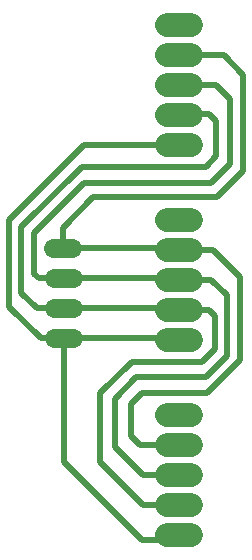
<source format=gbr>
G04 EAGLE Gerber RS-274X export*
G75*
%MOMM*%
%FSLAX34Y34*%
%LPD*%
%INBottom Copper*%
%IPPOS*%
%AMOC8*
5,1,8,0,0,1.08239X$1,22.5*%
G01*
G04 Define Apertures*
%ADD10C,1.590000*%
%ADD11C,2.000000*%
%ADD12C,0.508000*%
D10*
X1079850Y-441433D02*
X1063950Y-441433D01*
X1063950Y-416033D02*
X1079850Y-416033D01*
X1079850Y-390633D02*
X1063950Y-390633D01*
X1062950Y-365233D02*
X1078850Y-365233D01*
D11*
X1159700Y-607700D02*
X1179700Y-607700D01*
X1179700Y-582300D02*
X1159700Y-582300D01*
X1159700Y-556900D02*
X1179700Y-556900D01*
X1179700Y-531500D02*
X1159700Y-531500D01*
X1159700Y-506100D02*
X1179700Y-506100D01*
X1179700Y-442600D02*
X1159700Y-442600D01*
X1159700Y-417200D02*
X1179700Y-417200D01*
X1179700Y-391800D02*
X1159700Y-391800D01*
X1159700Y-366400D02*
X1179700Y-366400D01*
X1179700Y-341000D02*
X1159700Y-341000D01*
X1159700Y-277500D02*
X1179700Y-277500D01*
X1179700Y-252100D02*
X1159700Y-252100D01*
X1159700Y-226700D02*
X1179700Y-226700D01*
X1179700Y-201300D02*
X1159700Y-201300D01*
X1159700Y-175900D02*
X1179700Y-175900D01*
D12*
X1168533Y-441433D02*
X1071900Y-441433D01*
X1168533Y-441432D02*
X1168598Y-441434D01*
X1168664Y-441439D01*
X1168729Y-441449D01*
X1168793Y-441461D01*
X1168856Y-441478D01*
X1168919Y-441498D01*
X1168980Y-441521D01*
X1169040Y-441548D01*
X1169098Y-441578D01*
X1169154Y-441611D01*
X1169209Y-441647D01*
X1169261Y-441687D01*
X1169311Y-441729D01*
X1169359Y-441774D01*
X1169404Y-441822D01*
X1169446Y-441872D01*
X1169486Y-441924D01*
X1169522Y-441979D01*
X1169555Y-442035D01*
X1169585Y-442093D01*
X1169612Y-442153D01*
X1169635Y-442214D01*
X1169655Y-442277D01*
X1169672Y-442340D01*
X1169684Y-442404D01*
X1169694Y-442469D01*
X1169699Y-442535D01*
X1169701Y-442600D01*
X1071900Y-441433D02*
X1052433Y-441433D01*
X1089500Y-277500D02*
X1169700Y-277500D01*
X1071900Y-441433D02*
X1071900Y-545900D01*
X1138000Y-612000D01*
X1166000Y-612000D01*
X1052433Y-441433D02*
X1025600Y-414600D01*
X1025600Y-341400D01*
X1089500Y-277500D01*
X1071900Y-416033D02*
X1168533Y-416033D01*
X1168533Y-416032D02*
X1168598Y-416034D01*
X1168664Y-416039D01*
X1168729Y-416049D01*
X1168793Y-416061D01*
X1168856Y-416078D01*
X1168919Y-416098D01*
X1168980Y-416121D01*
X1169040Y-416148D01*
X1169098Y-416178D01*
X1169154Y-416211D01*
X1169209Y-416247D01*
X1169261Y-416287D01*
X1169311Y-416329D01*
X1169359Y-416374D01*
X1169404Y-416422D01*
X1169446Y-416472D01*
X1169486Y-416524D01*
X1169522Y-416579D01*
X1169555Y-416635D01*
X1169585Y-416693D01*
X1169612Y-416753D01*
X1169635Y-416814D01*
X1169655Y-416877D01*
X1169672Y-416940D01*
X1169684Y-417004D01*
X1169694Y-417069D01*
X1169699Y-417135D01*
X1169701Y-417200D01*
X1071900Y-416033D02*
X1049033Y-416033D01*
X1036000Y-403000D01*
X1036000Y-347000D01*
X1087000Y-296000D01*
X1192000Y-296000D01*
X1201000Y-287000D01*
X1201000Y-257000D01*
X1195000Y-251000D01*
X1170800Y-251000D01*
X1169700Y-252100D01*
X1169700Y-417200D02*
X1195200Y-417200D01*
X1200000Y-422000D01*
X1200000Y-450000D01*
X1189000Y-461000D01*
X1130000Y-461000D01*
X1103000Y-488000D01*
X1103000Y-546000D01*
X1139300Y-582300D01*
X1169700Y-582300D01*
X1168533Y-390633D02*
X1071900Y-390633D01*
X1168533Y-390632D02*
X1168598Y-390634D01*
X1168664Y-390639D01*
X1168729Y-390649D01*
X1168793Y-390661D01*
X1168856Y-390678D01*
X1168919Y-390698D01*
X1168980Y-390721D01*
X1169040Y-390748D01*
X1169098Y-390778D01*
X1169154Y-390811D01*
X1169209Y-390847D01*
X1169261Y-390887D01*
X1169311Y-390929D01*
X1169359Y-390974D01*
X1169404Y-391022D01*
X1169446Y-391072D01*
X1169486Y-391124D01*
X1169522Y-391179D01*
X1169555Y-391235D01*
X1169585Y-391293D01*
X1169612Y-391353D01*
X1169635Y-391414D01*
X1169655Y-391477D01*
X1169672Y-391540D01*
X1169684Y-391604D01*
X1169694Y-391669D01*
X1169699Y-391735D01*
X1169701Y-391800D01*
X1071900Y-390633D02*
X1050633Y-390633D01*
X1047000Y-387000D01*
X1047000Y-352000D01*
X1089000Y-310000D01*
X1197000Y-310000D01*
X1213000Y-294000D01*
X1213000Y-239000D01*
X1200700Y-226700D01*
X1169700Y-226700D01*
X1169700Y-391800D02*
X1196800Y-391800D01*
X1210000Y-405000D01*
X1210000Y-456000D01*
X1192000Y-474000D01*
X1115000Y-533000D02*
X1138900Y-556900D01*
X1169700Y-556900D01*
X1192000Y-474000D02*
X1133340Y-474000D01*
X1115000Y-492340D01*
X1115000Y-533000D01*
X1070900Y-365233D02*
X1168533Y-365233D01*
X1168533Y-365232D02*
X1168598Y-365234D01*
X1168664Y-365239D01*
X1168729Y-365249D01*
X1168793Y-365261D01*
X1168856Y-365278D01*
X1168919Y-365298D01*
X1168980Y-365321D01*
X1169040Y-365348D01*
X1169098Y-365378D01*
X1169154Y-365411D01*
X1169209Y-365447D01*
X1169261Y-365487D01*
X1169311Y-365529D01*
X1169359Y-365574D01*
X1169404Y-365622D01*
X1169446Y-365672D01*
X1169486Y-365724D01*
X1169522Y-365779D01*
X1169555Y-365835D01*
X1169585Y-365893D01*
X1169612Y-365953D01*
X1169635Y-366014D01*
X1169655Y-366077D01*
X1169672Y-366140D01*
X1169684Y-366204D01*
X1169694Y-366269D01*
X1169699Y-366335D01*
X1169701Y-366400D01*
X1070900Y-365233D02*
X1070900Y-348100D01*
X1097000Y-322000D01*
X1202000Y-322000D02*
X1224000Y-300000D01*
X1224000Y-218000D01*
X1207300Y-201300D01*
X1169700Y-201300D01*
X1169700Y-366400D02*
X1198400Y-366400D01*
X1221000Y-389000D01*
X1221000Y-460000D01*
X1193000Y-488000D01*
X1138000Y-488000D01*
X1129000Y-497000D01*
X1129000Y-524000D01*
X1136500Y-531500D01*
X1169700Y-531500D01*
X1202000Y-322000D02*
X1097000Y-322000D01*
M02*

</source>
